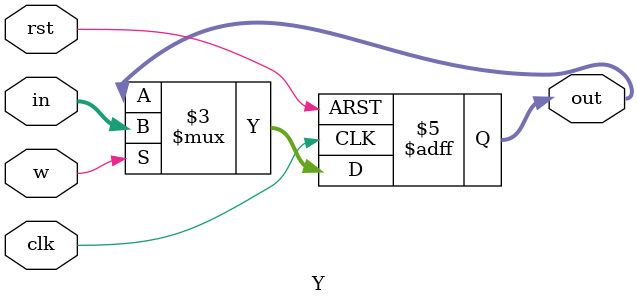
<source format=v>
module Y(
  input [15:0] in,
  input clk,rst,w,
  output reg [15:0] out);
  
  always @(negedge clk, negedge rst)
  begin
     if (!rst) begin
        out <= 16'd0;
     end   
   else if (w) begin
        out <= in;  
   end
  end
  
endmodule


</source>
